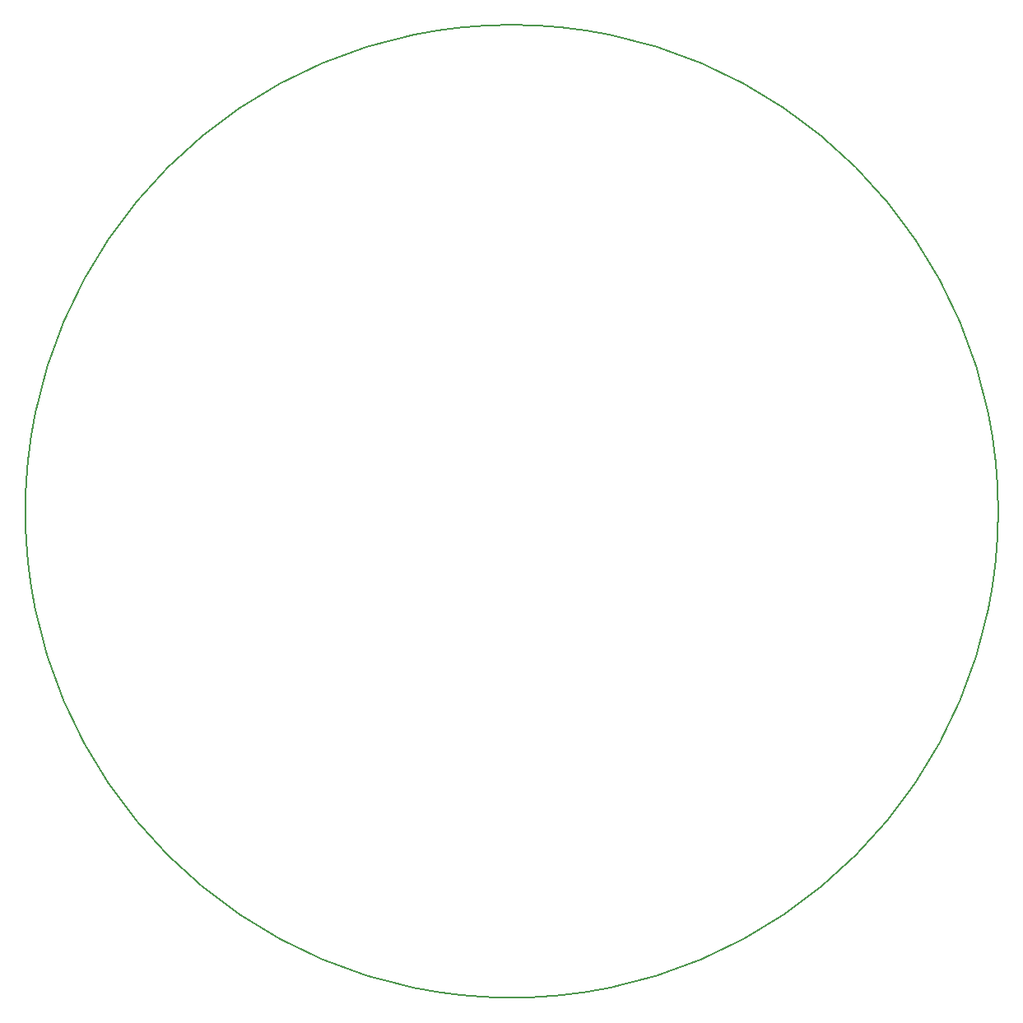
<source format=gm1>
G04 #@! TF.GenerationSoftware,KiCad,Pcbnew,5.0.2-bee76a0~70~ubuntu18.04.1*
G04 #@! TF.CreationDate,2019-02-23T22:01:51+01:00*
G04 #@! TF.ProjectId,led-spindel,6c65642d-7370-4696-9e64-656c2e6b6963,rev?*
G04 #@! TF.SameCoordinates,Original*
G04 #@! TF.FileFunction,Profile,NP*
%FSLAX46Y46*%
G04 Gerber Fmt 4.6, Leading zero omitted, Abs format (unit mm)*
G04 Created by KiCad (PCBNEW 5.0.2-bee76a0~70~ubuntu18.04.1) date Sa 23 Feb 2019 22:01:51 CET*
%MOMM*%
%LPD*%
G01*
G04 APERTURE LIST*
%ADD10C,0.200000*%
G04 APERTURE END LIST*
D10*
X130039984Y-140000000D02*
G75*
G03X130039984Y-140000000I-50039984J0D01*
G01*
M02*

</source>
